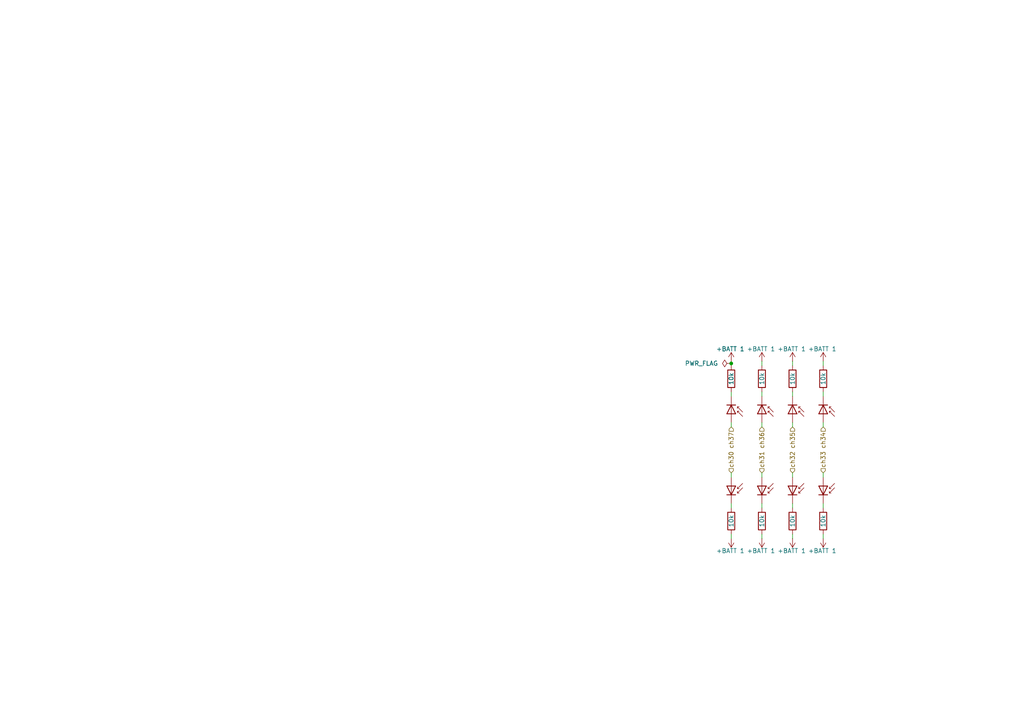
<source format=kicad_sch>
(kicad_sch (version 20231120) (generator "eeschema") (generator_version "8.0")
  (paper "A4")
  (lib_symbols
    (symbol "Device:D_SiPM" (pin_numbers hide) (pin_names hide)
      (property "Reference" "D" (at 1.778 1.778 0))
      (property "Value" "D_SiPM" (at 0.254 -2.794 0))
      (symbol "D_SiPM_0_1"
        (polyline (pts (xy -1.27 0) (xy 1.27 0)))
        (polyline (pts (xy -1.27 1.27) (xy -1.27 -1.27)) (stroke (width 0.254)))
        (polyline (pts (xy -0.762 1.778) (xy -0.254 1.778)))
        (polyline (pts (xy 1.27 1.27) (xy 1.27 -1.27)) (stroke (width 0.254)))
        (polyline (pts (xy 0.762 3.302) (xy -0.762 1.778) (xy -0.762 2.286)))
        (polyline (pts (xy 1.27 1.27) (xy -1.27 0) (xy 1.27 -1.27)) (stroke (width 0.254)))
        (polyline (pts (xy 2.032 3.302) (xy 0.508 1.778) (xy 0.508 2.286) (xy 0.508 1.778) (xy 1.016 1.778)))
      )
      (symbol "D_SiPM_1_1"
        (pin passive line (at -3.81 0 0) (length 2.54) (name "K") (number "1"))
        (pin passive line (at 3.81 0 180) (length 2.54) (name "A") (number "2"))
      )
    )
    (symbol "Device:R" (pin_numbers hide) (pin_names (offset 0))
      (property "Reference" "R" (at 2.032 0 90))
      (property "Value" "R" (at 0 0 90))
      (symbol "R_0_1"
        (rectangle (start -1.016 -2.54) (end 1.016 2.54) (stroke (width 0.254)))
      )
      (symbol "R_1_1"
        (pin passive line (at 0 3.81 270) (length 1.27) (name "~") (number "1"))
        (pin passive line (at 0 -3.81 90) (length 1.27) (name "~") (number "2"))
      )
    )
    (symbol "power:+BATT" (power) (pin_numbers hide) (pin_names (offset 0) hide)
      (property "Value" "+BATT" (at 0 3.556 0))
      (symbol "+BATT_0_1"
        (polyline (pts (xy -0.762 1.27) (xy 0 2.54)))
        (polyline (pts (xy 0 0) (xy 0 2.54)))
        (polyline (pts (xy 0 2.54) (xy 0.762 1.27)))
      )
      (symbol "+BATT_1_1"
        (pin power_in line (at 0 0 90) (length 0) (name "~") (number "1"))
      )
    )
    (symbol "power:PWR_FLAG" (power) (pin_numbers hide) (pin_names (offset 0) hide)
      (property "Value" "PWR_FLAG" (at 0 3.81 0))
      (symbol "PWR_FLAG_0_0"
        (pin power_out line (at 0 0 90) (length 0) (name "~") (number "1"))
      )
      (symbol "PWR_FLAG_0_1"
        (polyline (pts (xy 0 0) (xy 0 1.27) (xy -1.016 1.905) (xy 0 2.54) (xy 1.016 1.905) (xy 0 1.27)))
      )
    )
  )
  (junction (at 212.09 105.41))
  (wire (pts (xy 238.76 146.05) (xy 238.76 147.32)))
  (wire (pts (xy 220.98 154.94) (xy 220.98 156.21)))
  (wire (pts (xy 238.76 137.16) (xy 238.76 138.43)))
  (wire (pts (xy 212.09 146.05) (xy 212.09 147.32)))
  (wire (pts (xy 229.87 137.16) (xy 229.87 138.43)))
  (wire (pts (xy 229.87 123.825) (xy 229.87 122.555)))
  (wire (pts (xy 220.98 114.935) (xy 220.98 113.665)))
  (wire (pts (xy 229.87 154.94) (xy 229.87 156.21)))
  (wire (pts (xy 220.98 123.825) (xy 220.98 122.555)))
  (wire (pts (xy 212.09 154.94) (xy 212.09 156.21)))
  (wire (pts (xy 212.09 123.825) (xy 212.09 122.555)))
  (wire (pts (xy 238.76 123.825) (xy 238.76 122.555)))
  (wire (pts (xy 238.76 114.935) (xy 238.76 113.665)))
  (wire (pts (xy 212.09 105.41) (xy 212.09 104.775)))
  (wire (pts (xy 238.76 154.94) (xy 238.76 156.21)))
  (wire (pts (xy 212.09 106.045) (xy 212.09 105.41)))
  (wire (pts (xy 238.76 106.045) (xy 238.76 104.775)))
  (wire (pts (xy 229.87 114.935) (xy 229.87 113.665)))
  (wire (pts (xy 220.98 106.045) (xy 220.98 104.775)))
  (wire (pts (xy 220.98 146.05) (xy 220.98 147.32)))
  (wire (pts (xy 212.09 137.16) (xy 212.09 138.43)))
  (wire (pts (xy 220.98 137.16) (xy 220.98 138.43)))
  (wire (pts (xy 229.87 146.05) (xy 229.87 147.32)))
  (wire (pts (xy 212.09 114.935) (xy 212.09 113.665)))
  (wire (pts (xy 229.87 106.045) (xy 229.87 104.775)))
  (hierarchical_label "ch36" (shape input) (at 220.98 123.825 270))
  (hierarchical_label "ch34" (shape input) (at 238.76 123.825 270))
  (hierarchical_label "ch32" (shape input) (at 229.87 137.16 90))
  (hierarchical_label "ch31" (shape input) (at 220.98 137.16 90))
  (hierarchical_label "ch30" (shape input) (at 212.09 137.16 90))
  (hierarchical_label "ch35" (shape input) (at 229.87 123.825 270))
  (hierarchical_label "ch37" (shape input) (at 212.09 123.825 270))
  (hierarchical_label "ch33" (shape input) (at 238.76 137.16 90))
  (symbol (lib_id "Device:D_SiPM") (at 220.98 142.24 270) (mirror x) (unit 1)
    (property "Reference" "D4" (effects (hide yes)))
    (property "Value" "D_SiPM" (effects (hide yes)))
    (property "Footprint" "kicad-mza:Hamamatsu_S10362-11-100P-plus" (effects (hide yes)))
    (property "Description" "Silicon photomultiplier" (effects (hide yes)))
  )
  (symbol (lib_id "Device:R") (at 220.98 151.13 0) (mirror x) (unit 1)
    (property "Reference" "R4" (effects (hide yes)))
    (property "Value" "10k" (at 220.98 151.13 90))
    (property "Footprint" "kicad-mza:0603" (effects (hide yes)))
    (property "Description" "Resistor" (effects (hide yes)))
  )
  (symbol (lib_id "Device:R") (at 212.09 109.855 0) (unit 1)
    (property "Reference" "R1" (effects (hide yes)))
    (property "Value" "10k" (at 212.09 109.855 90))
    (property "Footprint" "kicad-mza:0603" (effects (hide yes)))
    (property "Description" "Resistor" (effects (hide yes)))
  )
  (symbol (lib_id "Device:R") (at 212.09 151.13 0) (mirror x) (unit 1)
    (property "Reference" "R2" (effects (hide yes)))
    (property "Value" "10k" (at 212.09 151.13 90))
    (property "Footprint" "kicad-mza:0603" (effects (hide yes)))
    (property "Description" "Resistor" (effects (hide yes)))
  )
  (symbol (lib_id "Device:D_SiPM") (at 220.98 118.745 270) (unit 1)
    (property "Reference" "D3" (effects (hide yes)))
    (property "Value" "D_SiPM" (effects (hide yes)))
    (property "Footprint" "kicad-mza:Hamamatsu_S10362-11-100P-plus" (effects (hide yes)))
    (property "Description" "Silicon photomultiplier" (effects (hide yes)))
  )
  (symbol (lib_id "Device:D_SiPM") (at 238.76 118.745 270) (unit 1)
    (property "Reference" "D8" (effects (hide yes)))
    (property "Value" "D_SiPM" (effects (hide yes)))
    (property "Footprint" "kicad-mza:Hamamatsu_S10362-11-100P-plus" (effects (hide yes)))
    (property "Description" "Silicon photomultiplier" (effects (hide yes)))
  )
  (symbol (lib_id "Device:R") (at 229.87 151.13 0) (mirror x) (unit 1)
    (property "Reference" "R6" (effects (hide yes)))
    (property "Value" "10k" (at 229.87 151.13 90))
    (property "Footprint" "kicad-mza:0603" (effects (hide yes)))
    (property "Description" "Resistor" (effects (hide yes)))
  )
  (symbol (lib_id "power:+BATT") (at 229.87 156.21 0) (mirror x) (unit 1)
    (property "Reference" "#PWR06" (effects (hide yes)))
    (property "Value" "+BATT 1" (at 229.616 159.766 0))
    (property "Description" "Power symbol creates a global label with name \"+BATT\"" (effects (hide yes)))
  )
  (symbol (lib_id "power:+BATT") (at 220.98 104.775 0) (unit 1)
    (property "Reference" "#PWR03" (effects (hide yes)))
    (property "Value" "+BATT 1" (at 220.726 101.219 0))
    (property "Description" "Power symbol creates a global label with name \"+BATT\"" (effects (hide yes)))
  )
  (symbol (lib_id "Device:D_SiPM") (at 229.87 142.24 270) (mirror x) (unit 1)
    (property "Reference" "D6" (effects (hide yes)))
    (property "Value" "D_SiPM" (effects (hide yes)))
    (property "Footprint" "kicad-mza:Hamamatsu_S10362-11-100P-plus" (effects (hide yes)))
    (property "Description" "Silicon photomultiplier" (effects (hide yes)))
  )
  (symbol (lib_id "power:+BATT") (at 238.76 156.21 0) (mirror x) (unit 1)
    (property "Reference" "#PWR09" (effects (hide yes)))
    (property "Value" "+BATT 1" (at 238.506 159.766 0))
    (property "Description" "Power symbol creates a global label with name \"+BATT\"" (effects (hide yes)))
  )
  (symbol (lib_id "Device:D_SiPM") (at 229.87 118.745 270) (unit 1)
    (property "Reference" "D5" (effects (hide yes)))
    (property "Value" "D_SiPM" (effects (hide yes)))
    (property "Footprint" "kicad-mza:Hamamatsu_S10362-11-100P-plus" (effects (hide yes)))
    (property "Description" "Silicon photomultiplier" (effects (hide yes)))
  )
  (symbol (lib_id "Device:R") (at 220.98 109.855 0) (unit 1)
    (property "Reference" "R3" (effects (hide yes)))
    (property "Value" "10k" (at 220.98 109.855 90))
    (property "Footprint" "kicad-mza:0603" (effects (hide yes)))
    (property "Description" "Resistor" (effects (hide yes)))
  )
  (symbol (lib_id "power:+BATT") (at 220.98 156.21 0) (mirror x) (unit 1)
    (property "Reference" "#PWR04" (effects (hide yes)))
    (property "Value" "+BATT 1" (at 220.726 159.766 0))
    (property "Description" "Power symbol creates a global label with name \"+BATT\"" (effects (hide yes)))
  )
  (symbol (lib_id "power:+BATT") (at 212.09 104.775 0) (unit 1)
    (property "Reference" "#PWR01" (effects (hide yes)))
    (property "Value" "+BATT 1" (at 211.836 101.219 0))
    (property "Description" "Power symbol creates a global label with name \"+BATT\"" (effects (hide yes)))
  )
  (symbol (lib_id "power:+BATT") (at 212.09 156.21 0) (mirror x) (unit 1)
    (property "Reference" "#PWR02" (effects (hide yes)))
    (property "Value" "+BATT 1" (at 211.836 159.766 0))
    (property "Description" "Power symbol creates a global label with name \"+BATT\"" (effects (hide yes)))
  )
  (symbol (lib_id "Device:D_SiPM") (at 238.76 142.24 270) (mirror x) (unit 1)
    (property "Reference" "D9" (effects (hide yes)))
    (property "Value" "D_SiPM" (effects (hide yes)))
    (property "Footprint" "kicad-mza:Hamamatsu_S10362-11-100P-plus" (effects (hide yes)))
    (property "Description" "Silicon photomultiplier" (effects (hide yes)))
  )
  (symbol (lib_id "power:+BATT") (at 238.76 104.775 0) (unit 1)
    (property "Reference" "#PWR08" (effects (hide yes)))
    (property "Value" "+BATT 1" (at 238.506 101.219 0))
    (property "Description" "Power symbol creates a global label with name \"+BATT\"" (effects (hide yes)))
  )
  (symbol (lib_id "Device:R") (at 238.76 151.13 0) (mirror x) (unit 1)
    (property "Reference" "R9" (effects (hide yes)))
    (property "Value" "10k" (at 238.76 151.13 90))
    (property "Footprint" "kicad-mza:0603" (effects (hide yes)))
    (property "Description" "Resistor" (effects (hide yes)))
  )
  (symbol (lib_id "Device:R") (at 238.76 109.855 0) (unit 1)
    (property "Reference" "R8" (effects (hide yes)))
    (property "Value" "10k" (at 238.76 109.855 90))
    (property "Footprint" "kicad-mza:0603" (effects (hide yes)))
    (property "Description" "Resistor" (effects (hide yes)))
  )
  (symbol (lib_id "Device:R") (at 229.87 109.855 0) (unit 1)
    (property "Reference" "R5" (effects (hide yes)))
    (property "Value" "10k" (at 229.87 109.855 90))
    (property "Footprint" "kicad-mza:0603" (effects (hide yes)))
    (property "Description" "Resistor" (effects (hide yes)))
  )
  (symbol (lib_id "Device:D_SiPM") (at 212.09 142.24 270) (mirror x) (unit 1)
    (property "Reference" "D2" (effects (hide yes)))
    (property "Value" "D_SiPM" (effects (hide yes)))
    (property "Footprint" "kicad-mza:Hamamatsu_S10362-11-100P-plus" (effects (hide yes)))
    (property "Description" "Silicon photomultiplier" (effects (hide yes)))
  )
  (symbol (lib_id "Device:D_SiPM") (at 212.09 118.745 270) (unit 1)
    (property "Reference" "D1" (effects (hide yes)))
    (property "Value" "D_SiPM" (effects (hide yes)))
    (property "Footprint" "kicad-mza:Hamamatsu_S10362-11-100P-plus" (effects (hide yes)))
    (property "Description" "Silicon photomultiplier" (effects (hide yes)))
  )
  (symbol (lib_id "power:PWR_FLAG") (at 212.09 105.41 90) (unit 1)
    (property "Reference" "#FLG03" (effects (hide yes)))
    (property "Value" "PWR_FLAG" (at 208.28 105.4099 90) (effects (justify left)))
    (property "Description" "Special symbol for telling ERC where power comes from" (effects (hide yes)))
  )
  (symbol (lib_id "power:+BATT") (at 229.87 104.775 0) (unit 1)
    (property "Reference" "#PWR05" (effects (hide yes)))
    (property "Value" "+BATT 1" (at 229.616 101.219 0))
    (property "Description" "Power symbol creates a global label with name \"+BATT\"" (effects (hide yes)))
  )
)
</source>
